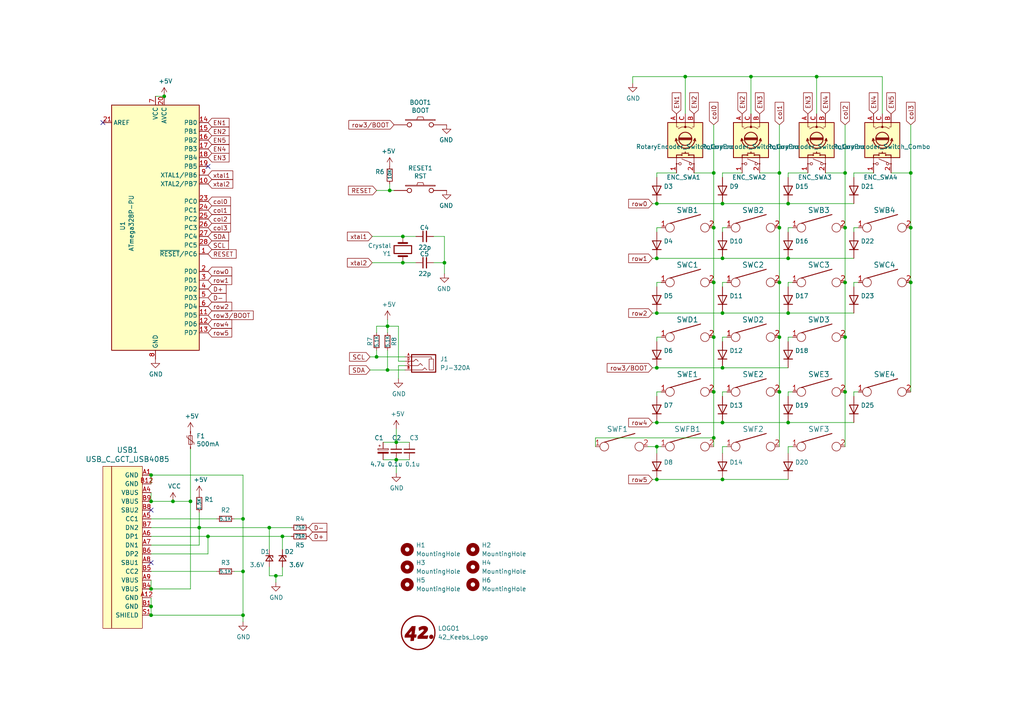
<source format=kicad_sch>
(kicad_sch (version 20211123) (generator eeschema)
  (paper "A4")
  (lib_symbols
    (symbol "42keebs:42_Keebs_Logo" (pin_names (offset 1.016))
      (property "Reference" "LOGO?" (at 0 6.604 0))
      (property "Value" "42_Keebs_Logo" (at 0 -6.858 0))
    )
    (symbol "42keebs:RotaryEncoder_Switch_Combo" (pin_names (offset 0.254) hide)
      (property "Reference" "ENC_SW" (at 0 6.604 0))
      (property "Value" "RotaryEncoder_Switch_Combo" (at 0 -6.604 0))
      (symbol "RotaryEncoder_Switch_Combo_1_1"
        (pin passive line (at 9.525 2.54 180) (length 2.54) (name "1") (number "1"))
        (pin passive line (at 9.525 -2.54 180) (length 2.54) (name "2") (number "2"))
        (pin passive line (at -7.62 2.54 0) (length 2.54) (name "A") (number "A"))
        (pin passive line (at -7.62 -2.54 0) (length 2.54) (name "B") (number "B"))
        (pin passive line (at -7.62 0 0) (length 2.54) (name "C") (number "C"))
      )
    )
    (symbol "Device:C_Polarized_Small" (pin_numbers hide) (pin_names (offset 0.254) hide)
      (property "Reference" "C" (at 0.254 1.778 0))
      (property "Value" "C_Polarized_Small" (at 0.254 -2.032 0))
      (symbol "C_Polarized_Small_1_1"
        (pin passive line (at 0 2.54 270) (length 1.8542) (name "~") (number "1"))
        (pin passive line (at 0 -2.54 90) (length 1.8542) (name "~") (number "2"))
      )
    )
    (symbol "Device:C_Small" (pin_numbers hide) (pin_names (offset 0.254) hide)
      (property "Reference" "C" (at 0.254 1.778 0))
      (property "Value" "C_Small" (at 0.254 -2.032 0))
      (symbol "C_Small_1_1"
        (pin passive line (at 0 2.54 270) (length 2.032) (name "~") (number "1"))
        (pin passive line (at 0 -2.54 90) (length 2.032) (name "~") (number "2"))
      )
    )
    (symbol "Device:Crystal" (pin_numbers hide) (pin_names (offset 1.016) hide)
      (property "Reference" "Y" (at 0 3.81 0))
      (property "Value" "Crystal" (at 0 -3.81 0))
      (symbol "Crystal_1_1"
        (pin passive line (at -3.81 0 0) (length 1.27) (name "1") (number "1"))
        (pin passive line (at 3.81 0 180) (length 1.27) (name "2") (number "2"))
      )
    )
    (symbol "Device:D" (pin_numbers hide) (pin_names (offset 1.016) hide)
      (property "Reference" "D" (at 0 2.54 0))
      (property "Value" "D" (at 0 -2.54 0))
      (symbol "D_1_1"
        (pin passive line (at -3.81 0 0) (length 2.54) (name "K") (number "1"))
        (pin passive line (at 3.81 0 180) (length 2.54) (name "A") (number "2"))
      )
    )
    (symbol "Device:D_Zener_Small" (pin_numbers hide) (pin_names (offset 0.254) hide)
      (property "Reference" "D" (at 0 2.286 0))
      (property "Value" "D_Zener_Small" (at 0 -2.286 0))
      (symbol "D_Zener_Small_1_1"
        (pin passive line (at -2.54 0 0) (length 1.778) (name "K") (number "1"))
        (pin passive line (at 2.54 0 180) (length 1.778) (name "A") (number "2"))
      )
    )
    (symbol "Device:Polyfuse_Small" (pin_numbers hide) (pin_names (offset 0))
      (property "Reference" "F" (at -1.905 0 90))
      (property "Value" "Polyfuse_Small" (at 1.905 0 90))
      (symbol "Polyfuse_Small_1_1"
        (pin passive line (at 0 2.54 270) (length 0.635) (name "~") (number "1"))
        (pin passive line (at 0 -2.54 90) (length 0.635) (name "~") (number "2"))
      )
    )
    (symbol "Device:R_Small" (pin_numbers hide) (pin_names (offset 0.254) hide)
      (property "Reference" "R" (at 0.762 0.508 0))
      (property "Value" "R_Small" (at 0.762 -1.016 0))
      (symbol "R_Small_1_1"
        (pin passive line (at 0 2.54 270) (length 0.762) (name "~") (number "1"))
        (pin passive line (at 0 -2.54 90) (length 0.762) (name "~") (number "2"))
      )
    )
    (symbol "Mechanical:MountingHole" (pin_names (offset 1.016))
      (property "Reference" "H" (at 0 5.08 0))
      (property "Value" "MountingHole" (at 0 3.175 0))
    )
    (symbol "discipad-pro-rescue:ATmega328P-PU-MCU_Microchip_ATmega-discipad-pcb-rescue"
      (property "Reference" "U" (at -12.7 36.83 0))
      (property "Value" "ATmega328P-PU-MCU_Microchip_ATmega-discipad-pcb-rescue" (at 2.54 -36.83 0))
      (symbol "ATmega328P-PU-MCU_Microchip_ATmega-discipad-pcb-rescue_1_1"
        (pin bidirectional line (at 15.24 -7.62 180) (length 2.54) (name "~{RESET}/PC6") (number "1"))
        (pin bidirectional line (at 15.24 12.7 180) (length 2.54) (name "XTAL2/PB7") (number "10"))
        (pin bidirectional line (at 15.24 -25.4 180) (length 2.54) (name "PD5") (number "11"))
        (pin bidirectional line (at 15.24 -27.94 180) (length 2.54) (name "PD6") (number "12"))
        (pin bidirectional line (at 15.24 -30.48 180) (length 2.54) (name "PD7") (number "13"))
        (pin bidirectional line (at 15.24 30.48 180) (length 2.54) (name "PB0") (number "14"))
        (pin bidirectional line (at 15.24 27.94 180) (length 2.54) (name "PB1") (number "15"))
        (pin bidirectional line (at 15.24 25.4 180) (length 2.54) (name "PB2") (number "16"))
        (pin bidirectional line (at 15.24 22.86 180) (length 2.54) (name "PB3") (number "17"))
        (pin bidirectional line (at 15.24 20.32 180) (length 2.54) (name "PB4") (number "18"))
        (pin bidirectional line (at 15.24 17.78 180) (length 2.54) (name "PB5") (number "19"))
        (pin bidirectional line (at 15.24 -12.7 180) (length 2.54) (name "PD0") (number "2"))
        (pin power_in line (at 2.54 38.1 270) (length 2.54) (name "AVCC") (number "20"))
        (pin input line (at -15.24 30.48 0) (length 2.54) (name "AREF") (number "21"))
        (pin passive line (at 0 -38.1 90) (length 2.54) hide (name "GND") (number "22"))
        (pin bidirectional line (at 15.24 7.62 180) (length 2.54) (name "PC0") (number "23"))
        (pin bidirectional line (at 15.24 5.08 180) (length 2.54) (name "PC1") (number "24"))
        (pin bidirectional line (at 15.24 2.54 180) (length 2.54) (name "PC2") (number "25"))
        (pin bidirectional line (at 15.24 0 180) (length 2.54) (name "PC3") (number "26"))
        (pin bidirectional line (at 15.24 -2.54 180) (length 2.54) (name "PC4") (number "27"))
        (pin bidirectional line (at 15.24 -5.08 180) (length 2.54) (name "PC5") (number "28"))
        (pin bidirectional line (at 15.24 -15.24 180) (length 2.54) (name "PD1") (number "3"))
        (pin bidirectional line (at 15.24 -17.78 180) (length 2.54) (name "PD2") (number "4"))
        (pin bidirectional line (at 15.24 -20.32 180) (length 2.54) (name "PD3") (number "5"))
        (pin bidirectional line (at 15.24 -22.86 180) (length 2.54) (name "PD4") (number "6"))
        (pin power_in line (at 0 38.1 270) (length 2.54) (name "VCC") (number "7"))
        (pin power_in line (at 0 -38.1 90) (length 2.54) (name "GND") (number "8"))
        (pin bidirectional line (at 15.24 15.24 180) (length 2.54) (name "XTAL1/PB6") (number "9"))
      )
    )
    (symbol "discipad-pro-rescue:KEYSW-swapped-keyboard_parts-discipad-pcb-rescue" (pin_names (offset 1.016))
      (property "Reference" "K?" (at -1.27 0 0))
      (symbol "KEYSW-swapped-keyboard_parts-discipad-pcb-rescue_1_1"
        (pin passive line (at -7.62 0 0) (length 1.27) (name "~") (number "1"))
        (pin passive line (at 7.62 0 180) (length 1.27) (name "~") (number "2"))
      )
    )
    (symbol "discipad-pro-rescue:SW_PUSH-keyboard_parts-discipad-pcb-rescue" (pin_numbers hide) (pin_names (offset 1.016) hide)
      (property "Reference" "SW" (at 3.81 2.794 0))
      (property "Value" "SW_PUSH-keyboard_parts-discipad-pcb-rescue" (at 0 -2.032 0))
      (symbol "SW_PUSH-keyboard_parts-discipad-pcb-rescue_0_1"
        (pin passive inverted (at -7.62 0 0) (length 5.08) (name "1") (number "1"))
        (pin passive inverted (at 7.62 0 180) (length 5.08) (name "2") (number "2"))
      )
    )
    (symbol "discipad-pro-rescue:USB_C_GCT_USB4085-Type-C-discipad-pcb-rescue" (pin_names (offset 1.016))
      (property "Reference" "USB" (at -5.08 22.86 0))
      (property "Value" "USB_C_GCT_USB4085-Type-C-discipad-pcb-rescue" (at -10.16 -1.27 90))
      (symbol "USB_C_GCT_USB4085-Type-C-discipad-pcb-rescue_1_1"
        (pin input line (at 2.54 19.05 180) (length 2.54) (name "GND") (number "A1"))
        (pin input line (at 2.54 -16.51 180) (length 2.54) (name "GND") (number "A12"))
        (pin input line (at 2.54 13.97 180) (length 2.54) (name "VBUS") (number "A4"))
        (pin input line (at 2.54 6.35 180) (length 2.54) (name "CC1") (number "A5"))
        (pin input line (at 2.54 1.27 180) (length 2.54) (name "DP1") (number "A6"))
        (pin input line (at 2.54 -1.27 180) (length 2.54) (name "DN1") (number "A7"))
        (pin input line (at 2.54 -6.35 180) (length 2.54) (name "SBU1") (number "A8"))
        (pin input line (at 2.54 -11.43 180) (length 2.54) (name "VBUS") (number "A9"))
        (pin input line (at 2.54 -19.05 180) (length 2.54) (name "GND") (number "B1"))
        (pin input line (at 2.54 16.51 180) (length 2.54) (name "GND") (number "B12"))
        (pin input line (at 2.54 -13.97 180) (length 2.54) (name "VBUS") (number "B4"))
        (pin input line (at 2.54 -8.89 180) (length 2.54) (name "CC2") (number "B5"))
        (pin input line (at 2.54 -3.81 180) (length 2.54) (name "DP2") (number "B6"))
        (pin input line (at 2.54 3.81 180) (length 2.54) (name "DN2") (number "B7"))
        (pin input line (at 2.54 8.89 180) (length 2.54) (name "SBU2") (number "B8"))
        (pin input line (at 2.54 11.43 180) (length 2.54) (name "VBUS") (number "B9"))
        (pin input line (at 2.54 -21.59 180) (length 2.54) (name "SHIELD") (number "S1"))
      )
    )
    (symbol "kbd:MJ-4PP-9" (pin_names (offset 1.016))
      (property "Reference" "J" (at 0 3.81 0))
      (property "Value" "MJ-4PP-9" (at 0 -3.81 0))
      (symbol "MJ-4PP-9_1_1"
        (pin input line (at 5.08 1.905 180) (length 2.0066) (name "~") (number "A"))
        (pin input line (at 5.08 -1.905 180) (length 2.0066) (name "~") (number "B"))
        (pin input line (at 5.08 -0.635 180) (length 2.0066) (name "~") (number "C"))
        (pin input line (at 5.08 0.635 180) (length 2.0066) (name "~") (number "D"))
      )
    )
    (symbol "power:+5V" (power) (pin_names (offset 0))
      (property "Value" "+5V" (at 0 3.556 0))
      (symbol "+5V_1_1"
        (pin power_in line (at 0 0 90) (length 0) hide (name "+5V") (number "1"))
      )
    )
    (symbol "power:GND" (power) (pin_names (offset 0))
      (property "Value" "GND" (at 0 -3.81 0))
      (symbol "GND_1_1"
        (pin power_in line (at 0 0 270) (length 0) hide (name "GND") (number "1"))
      )
    )
    (symbol "power:VCC" (power) (pin_names (offset 0))
      (property "Value" "VCC" (at 0 3.81 0))
      (symbol "VCC_1_1"
        (pin power_in line (at 0 0 90) (length 0) hide (name "VCC") (number "1"))
      )
    )
  )
  (junction (at 43.815 178.435))
  (junction (at 228.6 59.055))
  (junction (at 209.55 106.68))
  (junction (at 80.01 167.005))
  (junction (at 207.01 127))
  (junction (at 264.16 50.165))
  (junction (at 128.905 76.2))
  (junction (at 209.55 122.555))
  (junction (at 207.01 66.04))
  (junction (at 113.03 55.245))
  (junction (at 236.855 22.225))
  (junction (at 50.165 145.415))
  (junction (at 245.11 50.165))
  (junction (at 226.06 66.04))
  (junction (at 264.16 66.04))
  (junction (at 55.245 145.415))
  (junction (at 43.815 145.415))
  (junction (at 116.84 76.2))
  (junction (at 228.6 122.555))
  (junction (at 264.16 81.915))
  (junction (at 70.485 178.435))
  (junction (at 228.6 90.805))
  (junction (at 114.935 128.27))
  (junction (at 43.815 137.795))
  (junction (at 245.11 97.79))
  (junction (at 70.485 150.495))
  (junction (at 60.325 155.575))
  (junction (at 190.5 106.68))
  (junction (at 43.815 175.895))
  (junction (at 207.01 97.79))
  (junction (at 217.805 22.225))
  (junction (at 245.11 81.915))
  (junction (at 245.11 113.665))
  (junction (at 198.755 22.225))
  (junction (at 190.5 90.805))
  (junction (at 190.5 139.065))
  (junction (at 226.06 113.665))
  (junction (at 207.01 113.665))
  (junction (at 112.395 94.615))
  (junction (at 228.6 74.93))
  (junction (at 226.06 97.79))
  (junction (at 47.625 27.94))
  (junction (at 190.5 129.54))
  (junction (at 209.55 90.805))
  (junction (at 226.06 81.915))
  (junction (at 207.01 50.165))
  (junction (at 57.785 153.035))
  (junction (at 112.395 107.315))
  (junction (at 226.06 50.165))
  (junction (at 116.84 68.58))
  (junction (at 190.5 122.555))
  (junction (at 190.5 74.93))
  (junction (at 209.55 139.065))
  (junction (at 109.22 103.505))
  (junction (at 245.11 66.04))
  (junction (at 114.935 133.35))
  (junction (at 70.485 165.735))
  (junction (at 207.01 81.915))
  (junction (at 190.5 59.055))
  (junction (at 209.55 59.055))
  (junction (at 43.815 170.815))
  (junction (at 78.105 153.035))
  (junction (at 81.915 155.575))
  (junction (at 209.55 74.93))
  (no_connect (at 43.815 163.195))
  (no_connect (at 60.325 48.26))
  (no_connect (at 29.845 35.56))
  (no_connect (at 43.815 147.955))
  (wire (pts (xy 109.22 101.6) (xy 109.22 103.505)))
  (wire (pts (xy 78.105 164.465) (xy 78.105 167.005)))
  (wire (pts (xy 190.5 50.165) (xy 190.5 51.435)))
  (wire (pts (xy 198.755 22.225) (xy 217.805 22.225)))
  (wire (pts (xy 78.105 167.005) (xy 80.01 167.005)))
  (wire (pts (xy 209.55 97.79) (xy 209.55 99.06)))
  (wire (pts (xy 109.22 103.505) (xy 117.475 103.505)))
  (wire (pts (xy 217.805 22.225) (xy 236.855 22.225)))
  (wire (pts (xy 55.245 170.815) (xy 55.245 145.415)))
  (wire (pts (xy 228.6 129.54) (xy 228.6 131.445)))
  (wire (pts (xy 128.905 68.58) (xy 125.73 68.58)))
  (wire (pts (xy 245.11 113.665) (xy 245.11 129.54)))
  (wire (pts (xy 80.01 167.005) (xy 80.01 168.91)))
  (wire (pts (xy 264.16 66.04) (xy 264.16 81.915)))
  (wire (pts (xy 209.55 50.165) (xy 215.265 50.165)))
  (wire (pts (xy 245.11 36.195) (xy 245.11 50.165)))
  (wire (pts (xy 207.01 127) (xy 207.01 129.54)))
  (wire (pts (xy 81.915 164.465) (xy 81.915 167.005)))
  (wire (pts (xy 210.82 97.79) (xy 209.55 97.79)))
  (wire (pts (xy 190.5 97.79) (xy 190.5 99.06)))
  (wire (pts (xy 236.855 22.225) (xy 236.855 33.02)))
  (wire (pts (xy 57.785 153.035) (xy 78.105 153.035)))
  (wire (pts (xy 190.5 81.915) (xy 190.5 83.185)))
  (wire (pts (xy 80.01 167.005) (xy 81.915 167.005)))
  (wire (pts (xy 210.82 113.665) (xy 209.55 113.665)))
  (wire (pts (xy 43.815 145.415) (xy 50.165 145.415)))
  (wire (pts (xy 245.11 50.165) (xy 245.11 66.04)))
  (wire (pts (xy 209.55 74.93) (xy 228.6 74.93)))
  (wire (pts (xy 226.06 81.915) (xy 226.06 97.79)))
  (wire (pts (xy 220.345 50.165) (xy 226.06 50.165)))
  (wire (pts (xy 226.06 97.79) (xy 226.06 113.665)))
  (wire (pts (xy 115.57 106.045) (xy 117.475 106.045)))
  (wire (pts (xy 210.82 81.915) (xy 209.55 81.915)))
  (wire (pts (xy 209.55 139.065) (xy 228.6 139.065)))
  (wire (pts (xy 228.6 66.04) (xy 228.6 67.31)))
  (wire (pts (xy 81.915 155.575) (xy 84.455 155.575)))
  (wire (pts (xy 207.01 66.04) (xy 207.01 81.915)))
  (wire (pts (xy 43.815 150.495) (xy 62.865 150.495)))
  (wire (pts (xy 115.57 109.855) (xy 115.57 106.045)))
  (wire (pts (xy 229.87 97.79) (xy 228.6 97.79)))
  (wire (pts (xy 229.87 66.04) (xy 228.6 66.04)))
  (wire (pts (xy 43.815 155.575) (xy 60.325 155.575)))
  (wire (pts (xy 239.395 50.165) (xy 245.11 50.165)))
  (wire (pts (xy 190.5 129.54) (xy 190.5 131.445)))
  (wire (pts (xy 210.82 129.54) (xy 209.55 129.54)))
  (wire (pts (xy 70.485 165.735) (xy 70.485 178.435)))
  (wire (pts (xy 248.92 81.915) (xy 247.65 81.915)))
  (wire (pts (xy 43.815 160.655) (xy 60.325 160.655)))
  (wire (pts (xy 258.445 50.165) (xy 264.16 50.165)))
  (wire (pts (xy 209.55 81.915) (xy 209.55 83.185)))
  (wire (pts (xy 209.55 122.555) (xy 228.6 122.555)))
  (wire (pts (xy 78.105 153.035) (xy 84.455 153.035)))
  (wire (pts (xy 248.92 113.665) (xy 247.65 113.665)))
  (wire (pts (xy 210.82 66.04) (xy 209.55 66.04)))
  (wire (pts (xy 190.5 139.065) (xy 209.55 139.065)))
  (wire (pts (xy 183.515 22.225) (xy 198.755 22.225)))
  (wire (pts (xy 190.5 50.165) (xy 196.215 50.165)))
  (wire (pts (xy 190.5 74.93) (xy 209.55 74.93)))
  (wire (pts (xy 117.475 104.775) (xy 115.57 104.775)))
  (wire (pts (xy 112.395 107.315) (xy 117.475 107.315)))
  (wire (pts (xy 43.815 178.435) (xy 70.485 178.435)))
  (wire (pts (xy 43.815 165.735) (xy 62.865 165.735)))
  (wire (pts (xy 226.06 66.04) (xy 226.06 81.915)))
  (wire (pts (xy 245.11 66.04) (xy 245.11 81.915)))
  (wire (pts (xy 191.77 113.665) (xy 190.5 113.665)))
  (wire (pts (xy 217.805 22.225) (xy 217.805 33.02)))
  (wire (pts (xy 43.815 158.115) (xy 57.785 158.115)))
  (wire (pts (xy 50.165 145.415) (xy 55.245 145.415)))
  (wire (pts (xy 228.6 59.055) (xy 247.65 59.055)))
  (wire (pts (xy 207.01 81.915) (xy 207.01 97.79)))
  (wire (pts (xy 189.23 74.93) (xy 190.5 74.93)))
  (wire (pts (xy 67.945 165.735) (xy 70.485 165.735)))
  (wire (pts (xy 125.73 76.2) (xy 128.905 76.2)))
  (wire (pts (xy 245.11 81.915) (xy 245.11 97.79)))
  (wire (pts (xy 190.5 113.665) (xy 190.5 114.935)))
  (wire (pts (xy 172.72 129.54) (xy 172.72 127)))
  (wire (pts (xy 189.23 122.555) (xy 190.5 122.555)))
  (wire (pts (xy 183.515 24.13) (xy 183.515 22.225)))
  (wire (pts (xy 228.6 90.805) (xy 247.65 90.805)))
  (wire (pts (xy 247.65 113.665) (xy 247.65 114.935)))
  (wire (pts (xy 70.485 137.795) (xy 70.485 150.495)))
  (wire (pts (xy 209.55 106.68) (xy 228.6 106.68)))
  (wire (pts (xy 190.5 122.555) (xy 209.55 122.555)))
  (wire (pts (xy 114.935 133.35) (xy 118.745 133.35)))
  (wire (pts (xy 115.57 94.615) (xy 115.57 104.775)))
  (wire (pts (xy 228.6 50.165) (xy 228.6 51.435)))
  (wire (pts (xy 43.815 173.355) (xy 43.815 175.895)))
  (wire (pts (xy 207.01 50.165) (xy 207.01 66.04)))
  (wire (pts (xy 114.935 128.27) (xy 118.745 128.27)))
  (wire (pts (xy 191.77 97.79) (xy 190.5 97.79)))
  (wire (pts (xy 116.84 76.2) (xy 107.95 76.2)))
  (wire (pts (xy 209.55 59.055) (xy 228.6 59.055)))
  (wire (pts (xy 247.65 50.165) (xy 247.65 51.435)))
  (wire (pts (xy 228.6 81.915) (xy 228.6 83.185)))
  (wire (pts (xy 113.03 55.245) (xy 109.22 55.245)))
  (wire (pts (xy 45.085 27.94) (xy 47.625 27.94)))
  (wire (pts (xy 43.815 170.815) (xy 43.815 168.275)))
  (wire (pts (xy 114.3 55.245) (xy 113.03 55.245)))
  (wire (pts (xy 128.905 76.2) (xy 128.905 79.375)))
  (wire (pts (xy 255.905 22.225) (xy 255.905 33.02)))
  (wire (pts (xy 191.77 66.04) (xy 190.5 66.04)))
  (wire (pts (xy 190.5 90.805) (xy 209.55 90.805)))
  (wire (pts (xy 60.325 155.575) (xy 81.915 155.575)))
  (wire (pts (xy 111.125 128.27) (xy 114.935 128.27)))
  (wire (pts (xy 57.785 158.115) (xy 57.785 153.035)))
  (wire (pts (xy 207.01 113.665) (xy 207.01 127)))
  (wire (pts (xy 229.87 113.665) (xy 228.6 113.665)))
  (wire (pts (xy 114.935 133.35) (xy 114.935 137.16)))
  (wire (pts (xy 189.23 106.68) (xy 190.5 106.68)))
  (wire (pts (xy 113.03 53.34) (xy 113.03 55.245)))
  (wire (pts (xy 190.5 59.055) (xy 209.55 59.055)))
  (wire (pts (xy 191.77 81.915) (xy 190.5 81.915)))
  (wire (pts (xy 209.55 50.165) (xy 209.55 51.435)))
  (wire (pts (xy 209.55 129.54) (xy 209.55 131.445)))
  (wire (pts (xy 207.01 97.79) (xy 207.01 113.665)))
  (wire (pts (xy 116.84 68.58) (xy 107.95 68.58)))
  (wire (pts (xy 78.105 159.385) (xy 78.105 153.035)))
  (wire (pts (xy 209.55 113.665) (xy 209.55 114.935)))
  (wire (pts (xy 189.23 90.805) (xy 190.5 90.805)))
  (wire (pts (xy 247.65 81.915) (xy 247.65 83.185)))
  (wire (pts (xy 228.6 74.93) (xy 247.65 74.93)))
  (wire (pts (xy 226.06 36.195) (xy 226.06 50.165)))
  (wire (pts (xy 264.16 50.165) (xy 264.16 66.04)))
  (wire (pts (xy 187.96 129.54) (xy 190.5 129.54)))
  (wire (pts (xy 109.22 94.615) (xy 112.395 94.615)))
  (wire (pts (xy 43.815 170.815) (xy 55.245 170.815)))
  (wire (pts (xy 109.22 94.615) (xy 109.22 96.52)))
  (wire (pts (xy 248.92 66.04) (xy 247.65 66.04)))
  (wire (pts (xy 114.935 128.27) (xy 114.935 124.46)))
  (wire (pts (xy 43.815 145.415) (xy 43.815 142.875)))
  (wire (pts (xy 81.915 155.575) (xy 81.915 159.385)))
  (wire (pts (xy 228.6 97.79) (xy 228.6 99.06)))
  (wire (pts (xy 201.295 50.165) (xy 207.01 50.165)))
  (wire (pts (xy 236.855 22.225) (xy 255.905 22.225)))
  (wire (pts (xy 245.11 97.79) (xy 245.11 113.665)))
  (wire (pts (xy 226.06 113.665) (xy 226.06 129.54)))
  (wire (pts (xy 226.06 50.165) (xy 226.06 66.04)))
  (wire (pts (xy 228.6 122.555) (xy 247.65 122.555)))
  (wire (pts (xy 120.65 76.2) (xy 116.84 76.2)))
  (wire (pts (xy 209.55 90.805) (xy 228.6 90.805)))
  (wire (pts (xy 228.6 50.165) (xy 234.315 50.165)))
  (wire (pts (xy 209.55 66.04) (xy 209.55 67.31)))
  (wire (pts (xy 189.23 59.055) (xy 190.5 59.055)))
  (wire (pts (xy 70.485 150.495) (xy 70.485 165.735)))
  (wire (pts (xy 112.395 94.615) (xy 112.395 96.52)))
  (wire (pts (xy 228.6 113.665) (xy 228.6 114.935)))
  (wire (pts (xy 60.325 160.655) (xy 60.325 155.575)))
  (wire (pts (xy 43.815 175.895) (xy 43.815 178.435)))
  (wire (pts (xy 111.125 133.35) (xy 114.935 133.35)))
  (wire (pts (xy 190.5 66.04) (xy 190.5 67.31)))
  (wire (pts (xy 107.315 107.315) (xy 112.395 107.315)))
  (wire (pts (xy 70.485 178.435) (xy 70.485 180.34)))
  (wire (pts (xy 264.16 81.915) (xy 264.16 113.665)))
  (wire (pts (xy 229.87 81.915) (xy 228.6 81.915)))
  (wire (pts (xy 67.945 150.495) (xy 70.485 150.495)))
  (wire (pts (xy 43.815 140.335) (xy 43.815 137.795)))
  (wire (pts (xy 107.315 103.505) (xy 109.22 103.505)))
  (wire (pts (xy 57.785 148.59) (xy 57.785 153.035)))
  (wire (pts (xy 112.395 92.71) (xy 112.395 94.615)))
  (wire (pts (xy 115.57 94.615) (xy 112.395 94.615)))
  (wire (pts (xy 190.5 106.68) (xy 209.55 106.68)))
  (wire (pts (xy 55.245 145.415) (xy 55.245 130.175)))
  (wire (pts (xy 189.23 139.065) (xy 190.5 139.065)))
  (wire (pts (xy 207.01 36.195) (xy 207.01 50.165)))
  (wire (pts (xy 198.755 33.02) (xy 198.755 22.225)))
  (wire (pts (xy 57.785 153.035) (xy 43.815 153.035)))
  (wire (pts (xy 128.905 76.2) (xy 128.905 68.58)))
  (wire (pts (xy 247.65 50.165) (xy 253.365 50.165)))
  (wire (pts (xy 247.65 66.04) (xy 247.65 67.31)))
  (wire (pts (xy 172.72 127) (xy 207.01 127)))
  (wire (pts (xy 43.815 137.795) (xy 70.485 137.795)))
  (wire (pts (xy 190.5 129.54) (xy 191.77 129.54)))
  (wire (pts (xy 229.87 129.54) (xy 228.6 129.54)))
  (wire (pts (xy 264.16 36.195) (xy 264.16 50.165)))
  (wire (pts (xy 112.395 101.6) (xy 112.395 107.315)))
  (wire (pts (xy 116.84 68.58) (xy 120.65 68.58)))
  (global_label "col0" (shape input) (at 60.325 58.42 0) (property "Intersheet References" "${INTERSHEET_REFS}" (effects hide)))
  (global_label "D+" (shape input) (at 60.325 83.82 0) (property "Intersheet References" "${INTERSHEET_REFS}" (effects hide)))
  (global_label "col3" (shape input) (at 60.325 66.04 0) (property "Intersheet References" "${INTERSHEET_REFS}" (effects hide)))
  (global_label "D-" (shape input) (at 89.535 153.035 0) (property "Intersheet References" "${INTERSHEET_REFS}" (effects hide)))
  (global_label "row4" (shape input) (at 189.23 122.555 180) (property "Intersheet References" "${INTERSHEET_REFS}" (effects hide)))
  (global_label "RESET" (shape input) (at 60.325 73.66 0) (property "Intersheet References" "${INTERSHEET_REFS}" (effects hide)))
  (global_label "EN4" (shape input) (at 253.365 33.02 90) (property "Intersheet References" "${INTERSHEET_REFS}" (effects hide)))
  (global_label "row3{slash}BOOT" (shape input) (at 114.3 36.195 180) (property "Intersheet References" "${INTERSHEET_REFS}" (effects hide)))
  (global_label "EN3" (shape input) (at 234.315 33.02 90) (property "Intersheet References" "${INTERSHEET_REFS}" (effects hide)))
  (global_label "EN3" (shape input) (at 220.345 33.02 90) (property "Intersheet References" "${INTERSHEET_REFS}" (effects hide)))
  (global_label "row5" (shape input) (at 60.325 96.52 0) (property "Intersheet References" "${INTERSHEET_REFS}" (effects hide)))
  (global_label "xtal2" (shape input) (at 60.325 53.34 0) (property "Intersheet References" "${INTERSHEET_REFS}" (effects hide)))
  (global_label "row1" (shape input) (at 189.23 74.93 180) (property "Intersheet References" "${INTERSHEET_REFS}" (effects hide)))
  (global_label "EN5" (shape input) (at 258.445 33.02 90) (property "Intersheet References" "${INTERSHEET_REFS}" (effects hide)))
  (global_label "xtal2" (shape input) (at 107.95 76.2 180) (property "Intersheet References" "${INTERSHEET_REFS}" (effects hide)))
  (global_label "col3" (shape input) (at 264.16 36.195 90) (property "Intersheet References" "${INTERSHEET_REFS}" (effects hide)))
  (global_label "row3{slash}BOOT" (shape input) (at 189.23 106.68 180) (property "Intersheet References" "${INTERSHEET_REFS}" (effects hide)))
  (global_label "SDA" (shape input) (at 60.325 68.58 0) (property "Intersheet References" "${INTERSHEET_REFS}" (effects hide)))
  (global_label "RESET" (shape input) (at 109.22 55.245 180) (property "Intersheet References" "${INTERSHEET_REFS}" (effects hide)))
  (global_label "EN2" (shape input) (at 201.295 33.02 90) (property "Intersheet References" "${INTERSHEET_REFS}" (effects hide)))
  (global_label "D+" (shape input) (at 89.535 155.575 0) (property "Intersheet References" "${INTERSHEET_REFS}" (effects hide)))
  (global_label "EN5" (shape input) (at 60.325 40.64 0) (property "Intersheet References" "${INTERSHEET_REFS}" (effects hide)))
  (global_label "col2" (shape input) (at 60.325 63.5 0) (property "Intersheet References" "${INTERSHEET_REFS}" (effects hide)))
  (global_label "SCL" (shape input) (at 107.315 103.505 180) (property "Intersheet References" "${INTERSHEET_REFS}" (effects hide)))
  (global_label "EN1" (shape input) (at 196.215 33.02 90) (property "Intersheet References" "${INTERSHEET_REFS}" (effects hide)))
  (global_label "SCL" (shape input) (at 60.325 71.12 0) (property "Intersheet References" "${INTERSHEET_REFS}" (effects hide)))
  (global_label "EN3" (shape input) (at 60.325 45.72 0) (property "Intersheet References" "${INTERSHEET_REFS}" (effects hide)))
  (global_label "col2" (shape input) (at 245.11 36.195 90) (property "Intersheet References" "${INTERSHEET_REFS}" (effects hide)))
  (global_label "row4" (shape input) (at 60.325 93.98 0) (property "Intersheet References" "${INTERSHEET_REFS}" (effects hide)))
  (global_label "col1" (shape input) (at 226.06 36.195 90) (property "Intersheet References" "${INTERSHEET_REFS}" (effects hide)))
  (global_label "xtal1" (shape input) (at 107.95 68.58 180) (property "Intersheet References" "${INTERSHEET_REFS}" (effects hide)))
  (global_label "col1" (shape input) (at 60.325 60.96 0) (property "Intersheet References" "${INTERSHEET_REFS}" (effects hide)))
  (global_label "EN2" (shape input) (at 215.265 33.02 90) (property "Intersheet References" "${INTERSHEET_REFS}" (effects hide)))
  (global_label "EN4" (shape input) (at 239.395 33.02 90) (property "Intersheet References" "${INTERSHEET_REFS}" (effects hide)))
  (global_label "row1" (shape input) (at 60.325 81.28 0) (property "Intersheet References" "${INTERSHEET_REFS}" (effects hide)))
  (global_label "EN1" (shape input) (at 60.325 35.56 0) (property "Intersheet References" "${INTERSHEET_REFS}" (effects hide)))
  (global_label "D-" (shape input) (at 60.325 86.36 0) (property "Intersheet References" "${INTERSHEET_REFS}" (effects hide)))
  (global_label "EN2" (shape input) (at 60.325 38.1 0) (property "Intersheet References" "${INTERSHEET_REFS}" (effects hide)))
  (global_label "row2" (shape input) (at 60.325 88.9 0) (property "Intersheet References" "${INTERSHEET_REFS}" (effects hide)))
  (global_label "row2" (shape input) (at 189.23 90.805 180) (property "Intersheet References" "${INTERSHEET_REFS}" (effects hide)))
  (global_label "row0" (shape input) (at 189.23 59.055 180) (property "Intersheet References" "${INTERSHEET_REFS}" (effects hide)))
  (global_label "EN4" (shape input) (at 60.325 43.18 0) (property "Intersheet References" "${INTERSHEET_REFS}" (effects hide)))
  (global_label "col0" (shape input) (at 207.01 36.195 90) (property "Intersheet References" "${INTERSHEET_REFS}" (effects hide)))
  (global_label "row5" (shape input) (at 189.23 139.065 180) (property "Intersheet References" "${INTERSHEET_REFS}" (effects hide)))
  (global_label "row0" (shape input) (at 60.325 78.74 0) (property "Intersheet References" "${INTERSHEET_REFS}" (effects hide)))
  (global_label "row3{slash}BOOT" (shape input) (at 60.325 91.44 0) (property "Intersheet References" "${INTERSHEET_REFS}" (effects hide)))
  (global_label "SDA" (shape input) (at 107.315 107.315 180) (property "Intersheet References" "${INTERSHEET_REFS}" (effects hide)))
  (global_label "xtal1" (shape input) (at 60.325 50.8 0) (property "Intersheet References" "${INTERSHEET_REFS}" (effects hide)))
  (symbol (lib_id "discipad-pro-rescue:KEYSW-swapped-keyboard_parts-discipad-pcb-rescue") (at 256.54 66.04 0) (unit 1)
    (property "Reference" "SWB4" (at 256.54 60.96 0) (effects (font (size 1.524 1.524))))
    (property "Value" "KEYSW" (effects hide))
    (property "Footprint" "42keebs:Kailh_MX_Socket-swapped-pads" (effects hide))
  )
  (symbol (lib_id "Device:D") (at 209.55 102.87 90) (unit 1)
    (property "Reference" "D12" (at 211.5566 101.7016 90) (effects (justify right)))
    (property "Value" " " (at 211.5566 104.013 90) (effects (justify right)))
    (property "Footprint" "42keebs:D_DO-35_SOD27_P5.08mm_Horizontal" (effects hide))
  )
  (symbol (lib_id "discipad-pro-rescue:KEYSW-swapped-keyboard_parts-discipad-pcb-rescue") (at 237.49 81.915 0) (unit 1)
    (property "Reference" "SWC3" (at 237.49 76.835 0) (effects (font (size 1.524 1.524))))
    (property "Value" "KEYSW" (effects hide))
    (property "Footprint" "42keebs:Kailh_MX_Socket-swapped-pads" (effects hide))
  )
  (symbol (lib_id "discipad-pro-rescue:KEYSW-swapped-keyboard_parts-discipad-pcb-rescue") (at 180.34 129.54 0) (unit 1)
    (property "Reference" "SWF1" (at 179.07 124.46 0) (effects (font (size 1.524 1.524))))
    (property "Value" "KEYSW" (effects hide))
    (property "Footprint" "42keebs:Kailh_MX_Socket-swapped-pads" (effects hide))
  )
  (symbol (lib_id "discipad-pro-rescue:KEYSW-swapped-keyboard_parts-discipad-pcb-rescue") (at 237.49 129.54 0) (unit 1)
    (property "Reference" "SWF3" (at 237.49 124.46 0) (effects (font (size 1.524 1.524))))
    (property "Value" "KEYSW" (effects hide))
    (property "Footprint" "42keebs:Kailh_MX_Socket-swapped-pads" (effects hide))
  )
  (symbol (lib_id "power:+5V") (at 114.935 124.46 0) (unit 1)
    (property "Reference" "#PWR011" (effects hide))
    (property "Value" "+5V" (at 115.316 120.0658 0))
  )
  (symbol (lib_id "Device:D") (at 228.6 86.995 90) (unit 1)
    (property "Reference" "D17" (at 230.6066 85.8266 90) (effects (justify right)))
    (property "Value" " " (at 230.6066 88.138 90) (effects (justify right)))
    (property "Footprint" "42keebs:D_DO-35_SOD27_P5.08mm_Horizontal" (effects hide))
  )
  (symbol (lib_id "power:GND") (at 115.57 109.855 0) (unit 1)
    (property "Reference" "#PWR015" (effects hide))
    (property "Value" "GND" (at 115.697 114.2492 0))
  )
  (symbol (lib_id "discipad-pro-rescue:KEYSW-swapped-keyboard_parts-discipad-pcb-rescue") (at 218.44 97.79 0) (unit 1)
    (property "Reference" "SWD2" (at 218.44 92.71 0) (effects (font (size 1.524 1.524))))
    (property "Value" "KEYSW" (effects hide))
    (property "Footprint" "42keebs:Kailh_MX_Socket-swapped-pads" (effects hide))
  )
  (symbol (lib_id "discipad-pro-rescue:KEYSW-swapped-keyboard_parts-discipad-pcb-rescue") (at 199.39 81.915 0) (unit 1)
    (property "Reference" "SWC1" (at 199.39 76.835 0) (effects (font (size 1.524 1.524))))
    (property "Value" "KEYSW" (effects hide))
    (property "Footprint" "42keebs:Kailh_MX_Socket-swapped-pads" (effects hide))
  )
  (symbol (lib_id "kbd:MJ-4PP-9") (at 122.555 105.41 0) (mirror y) (unit 1)
    (property "Reference" "J1" (at 127.635 104.1399 0) (effects (justify right)))
    (property "Value" "PJ-320A" (at 127.635 106.6799 0) (effects (justify right)))
    (property "Footprint" "42keebs:PJ-320A" (effects hide))
  )
  (symbol (lib_id "discipad-pro-rescue:KEYSW-swapped-keyboard_parts-discipad-pcb-rescue") (at 199.39 113.665 0) (unit 1)
    (property "Reference" "SWE1" (at 199.39 108.585 0) (effects (font (size 1.524 1.524))))
    (property "Value" "KEYSW" (effects hide))
    (property "Footprint" "42keebs:Kailh_MX_Socket-swapped-pads" (effects hide))
  )
  (symbol (lib_id "Mechanical:MountingHole") (at 137.16 169.545 0) (unit 1)
    (property "Reference" "H6" (at 139.7 168.2749 0) (effects (justify left)))
    (property "Value" "MountingHole" (at 139.7 170.8149 0) (effects (justify left)))
    (property "Footprint" "MountingHole:MountingHole_2.2mm_M2_Pad" (effects hide))
  )
  (symbol (lib_id "discipad-pro-rescue:KEYSW-swapped-keyboard_parts-discipad-pcb-rescue") (at 237.49 97.79 0) (unit 1)
    (property "Reference" "SWD3" (at 237.49 92.71 0) (effects (font (size 1.524 1.524))))
    (property "Value" "KEYSW" (effects hide))
    (property "Footprint" "42keebs:Kailh_MX_Socket-swapped-pads" (effects hide))
  )
  (symbol (lib_id "Device:D_Zener_Small") (at 81.915 161.925 270) (unit 1)
    (property "Reference" "D2" (at 82.55 160.02 90) (effects (justify left)))
    (property "Value" "3.6V" (at 83.82 163.83 90) (effects (justify left)))
    (property "Footprint" "42keebs:ZD_DO-35_SOD27_P5.08mm_Horizontal_smaller" (effects hide))
  )
  (symbol (lib_id "Mechanical:MountingHole") (at 118.11 159.385 0) (unit 1)
    (property "Reference" "H1" (at 120.65 158.1149 0) (effects (justify left)))
    (property "Value" "MountingHole" (at 120.65 160.6549 0) (effects (justify left)))
    (property "Footprint" "MountingHole:MountingHole_2.2mm_M2_Pad" (effects hide))
  )
  (symbol (lib_id "Device:D") (at 228.6 135.255 90) (unit 1)
    (property "Reference" "D20" (at 230.6066 134.0866 90) (effects (justify right)))
    (property "Value" " " (at 230.6066 136.398 90) (effects (justify right)))
    (property "Footprint" "42keebs:D_DO-35_SOD27_P5.08mm_Horizontal" (effects hide))
  )
  (symbol (lib_id "Device:D") (at 247.65 86.995 90) (unit 1)
    (property "Reference" "D23" (at 249.6566 85.8266 90) (effects (justify right)))
    (property "Value" " " (at 249.6566 88.138 90) (effects (justify right)))
    (property "Footprint" "42keebs:D_DO-35_SOD27_P5.08mm_Horizontal" (effects hide))
  )
  (symbol (lib_id "power:+5V") (at 113.03 48.26 0) (mirror y) (unit 1)
    (property "Reference" "#PWR013" (effects hide))
    (property "Value" "+5V" (at 112.649 43.8658 0))
  )
  (symbol (lib_id "discipad-pro-rescue:KEYSW-swapped-keyboard_parts-discipad-pcb-rescue") (at 218.44 66.04 0) (unit 1)
    (property "Reference" "SWB2" (at 218.44 60.96 0) (effects (font (size 1.524 1.524))))
    (property "Value" "KEYSW" (effects hide))
    (property "Footprint" "42keebs:Kailh_MX_Socket-swapped-pads" (effects hide))
  )
  (symbol (lib_id "Mechanical:MountingHole") (at 118.11 169.545 0) (unit 1)
    (property "Reference" "H5" (at 120.65 168.2749 0) (effects (justify left)))
    (property "Value" "MountingHole" (at 120.65 170.8149 0) (effects (justify left)))
    (property "Footprint" "MountingHole:MountingHole_2.2mm_M2_Pad" (effects hide))
  )
  (symbol (lib_id "Device:R_Small") (at 65.405 165.735 270) (unit 1)
    (property "Reference" "R3" (at 65.405 163.195 90))
    (property "Value" "5.1K" (at 65.405 165.735 90) (effects (font (size 0.9906 0.9906))))
    (property "Footprint" "Resistor_THT:R_Axial_DIN0204_L3.6mm_D1.6mm_P5.08mm_Horizontal" (effects hide))
  )
  (symbol (lib_id "Device:D") (at 190.5 118.745 90) (unit 1)
    (property "Reference" "D7" (at 192.5066 117.5766 90) (effects (justify right)))
    (property "Value" " " (at 192.5066 119.888 90) (effects (justify right)))
    (property "Footprint" "42keebs:D_DO-35_SOD27_P5.08mm_Horizontal" (effects hide))
  )
  (symbol (lib_id "Device:D_Zener_Small") (at 78.105 161.925 270) (unit 1)
    (property "Reference" "D1" (at 75.565 160.02 90) (effects (justify left)))
    (property "Value" "3.6V" (at 72.39 163.83 90) (effects (justify left)))
    (property "Footprint" "42keebs:ZD_DO-35_SOD27_P5.08mm_Horizontal_smaller" (effects hide))
  )
  (symbol (lib_id "discipad-pro-rescue:KEYSW-swapped-keyboard_parts-discipad-pcb-rescue") (at 199.39 97.79 0) (unit 1)
    (property "Reference" "SWD1" (at 199.39 92.71 0) (effects (font (size 1.524 1.524))))
    (property "Value" "KEYSW" (effects hide))
    (property "Footprint" "42keebs:Kailh_MX_Socket-swapped-pads" (effects hide))
  )
  (symbol (lib_id "Device:D") (at 247.65 55.245 90) (unit 1)
    (property "Reference" "D21" (at 249.6566 54.0766 90) (effects (justify right)))
    (property "Value" " " (at 249.6566 56.388 90) (effects (justify right)))
    (property "Footprint" "42keebs:D_DO-35_SOD27_P5.08mm_Horizontal" (effects hide))
  )
  (symbol (lib_id "Device:R_Small") (at 65.405 150.495 270) (unit 1)
    (property "Reference" "R2" (at 65.405 147.955 90))
    (property "Value" "5.1K" (at 65.405 150.495 90) (effects (font (size 0.9906 0.9906))))
    (property "Footprint" "Resistor_THT:R_Axial_DIN0204_L3.6mm_D1.6mm_P5.08mm_Horizontal" (effects hide))
  )
  (symbol (lib_id "discipad-pro-rescue:KEYSW-swapped-keyboard_parts-discipad-pcb-rescue") (at 218.44 129.54 0) (unit 1)
    (property "Reference" "SWF2" (at 218.44 124.46 0) (effects (font (size 1.524 1.524))))
    (property "Value" "KEYSW" (effects hide))
    (property "Footprint" "42keebs:Kailh_MX_Socket-swapped-pads" (effects hide))
  )
  (symbol (lib_id "Device:D") (at 190.5 135.255 90) (unit 1)
    (property "Reference" "D8" (at 192.5066 134.0866 90) (effects (justify right)))
    (property "Value" " " (at 192.5066 136.398 90) (effects (justify right)))
    (property "Footprint" "42keebs:D_DO-35_SOD27_P5.08mm_Horizontal" (effects hide))
  )
  (symbol (lib_id "power:GND") (at 114.935 137.16 0) (unit 1)
    (property "Reference" "#PWR012" (effects hide))
    (property "Value" "GND" (at 115.062 141.5542 0))
  )
  (symbol (lib_id "Device:R_Small") (at 109.22 99.06 0) (unit 1)
    (property "Reference" "R7" (at 107.315 99.06 90))
    (property "Value" "5.1K" (at 109.22 99.06 90) (effects (font (size 0.9906 0.9906))))
    (property "Footprint" "Resistor_THT:R_Axial_DIN0204_L3.6mm_D1.6mm_P5.08mm_Horizontal" (effects hide))
  )
  (symbol (lib_id "Device:C_Polarized_Small") (at 111.125 130.81 0) (unit 1)
    (property "Reference" "C1" (at 108.585 127 0) (effects (justify left)))
    (property "Value" "4.7u" (at 107.315 134.62 0) (effects (justify left)))
    (property "Footprint" "Capacitor_THT:CP_Radial_D4.0mm_P1.50mm" (effects hide))
  )
  (symbol (lib_id "Mechanical:MountingHole") (at 118.11 164.465 0) (unit 1)
    (property "Reference" "H3" (at 120.65 163.1949 0) (effects (justify left)))
    (property "Value" "MountingHole" (at 120.65 165.7349 0) (effects (justify left)))
    (property "Footprint" "MountingHole:MountingHole_2.2mm_M2_Pad" (effects hide))
  )
  (symbol (lib_id "Device:D") (at 228.6 55.245 90) (unit 1)
    (property "Reference" "D15" (at 230.6066 54.0766 90) (effects (justify right)))
    (property "Value" " " (at 230.6066 56.388 90) (effects (justify right)))
    (property "Footprint" "42keebs:D_DO-35_SOD27_P5.08mm_Horizontal" (effects hide))
  )
  (symbol (lib_id "power:+5V") (at 55.245 125.095 0) (unit 1)
    (property "Reference" "#PWR04" (effects hide))
    (property "Value" "+5V" (at 55.626 120.7008 0))
  )
  (symbol (lib_id "Device:C_Small") (at 123.19 68.58 90) (mirror x) (unit 1)
    (property "Reference" "C4" (at 124.46 66.04 90) (effects (justify left)))
    (property "Value" "22p" (at 125.095 71.755 90) (effects (justify left)))
    (property "Footprint" "Capacitor_THT:C_Disc_D3.0mm_W1.6mm_P2.50mm" (effects hide))
  )
  (symbol (lib_id "power:GND") (at 183.515 24.13 0) (unit 1)
    (property "Reference" "#PWR0101" (effects hide))
    (property "Value" "GND" (at 183.642 28.5242 0))
  )
  (symbol (lib_id "discipad-pro-rescue:KEYSW-swapped-keyboard_parts-discipad-pcb-rescue") (at 256.54 81.915 0) (unit 1)
    (property "Reference" "SWC4" (at 256.54 76.835 0) (effects (font (size 1.524 1.524))))
    (property "Value" "KEYSW" (effects hide))
    (property "Footprint" "42keebs:Kailh_MX_Socket-2u-swapped-pads-reversed-stabilizer" (effects hide))
  )
  (symbol (lib_id "Device:D") (at 247.65 71.12 90) (unit 1)
    (property "Reference" "D22" (at 249.6566 69.9516 90) (effects (justify right)))
    (property "Value" " " (at 249.6566 72.263 90) (effects (justify right)))
    (property "Footprint" "42keebs:D_DO-35_SOD27_P5.08mm_Horizontal" (effects hide))
  )
  (symbol (lib_id "discipad-pro-rescue:KEYSW-swapped-keyboard_parts-discipad-pcb-rescue") (at 218.44 113.665 0) (unit 1)
    (property "Reference" "SWE2" (at 218.44 108.585 0) (effects (font (size 1.524 1.524))))
    (property "Value" "KEYSW" (effects hide))
    (property "Footprint" "42keebs:Kailh_MX_Socket-swapped-pads" (effects hide))
  )
  (symbol (lib_id "Device:D") (at 209.55 135.255 90) (unit 1)
    (property "Reference" "D14" (at 211.5566 134.0866 90) (effects (justify right)))
    (property "Value" " " (at 211.5566 136.398 90) (effects (justify right)))
    (property "Footprint" "42keebs:D_DO-35_SOD27_P5.08mm_Horizontal" (effects hide))
  )
  (symbol (lib_id "Device:D") (at 190.5 86.995 90) (unit 1)
    (property "Reference" "D5" (at 192.5066 85.8266 90) (effects (justify right)))
    (property "Value" " " (at 192.5066 88.138 90) (effects (justify right)))
    (property "Footprint" "42keebs:D_DO-35_SOD27_P5.08mm_Horizontal" (effects hide))
  )
  (symbol (lib_id "discipad-pro-rescue:KEYSW-swapped-keyboard_parts-discipad-pcb-rescue") (at 199.39 66.04 0) (unit 1)
    (property "Reference" "SWB1" (at 199.39 60.96 0) (effects (font (size 1.524 1.524))))
    (property "Value" "KEYSW" (effects hide))
    (property "Footprint" "42keebs:Kailh_MX_Socket-swapped-pads" (effects hide))
  )
  (symbol (lib_id "42keebs:RotaryEncoder_Switch_Combo") (at 255.905 40.64 90) (mirror x) (unit 1)
    (property "Reference" "ENC_SWA4" (at 260.35 51.435 90) (effects (justify left)))
    (property "Value" "RotaryEncoder_Switch_Combo" (at 269.875 42.545 90) (effects (justify left)))
    (property "Footprint" "42keebs:Kailh_MX_Socket-plus-EC11-encoder" (effects hide))
  )
  (symbol (lib_id "Device:D") (at 190.5 55.245 90) (unit 1)
    (property "Reference" "D3" (at 192.5066 54.0766 90) (effects (justify right)))
    (property "Value" " " (at 192.5066 56.388 90) (effects (justify right)))
    (property "Footprint" "42keebs:D_DO-35_SOD27_P5.08mm_Horizontal" (effects hide))
  )
  (symbol (lib_id "42keebs:RotaryEncoder_Switch_Combo") (at 217.805 40.64 90) (mirror x) (unit 1)
    (property "Reference" "ENC_SWA2" (at 222.25 51.435 90) (effects (justify left)))
    (property "Value" "RotaryEncoder_Switch_Combo" (at 231.775 42.545 90) (effects (justify left)))
    (property "Footprint" "42keebs:Kailh_MX_Socket-plus-EC11-encoder" (effects hide))
  )
  (symbol (lib_id "Device:D") (at 209.55 55.245 90) (unit 1)
    (property "Reference" "D9" (at 211.5566 54.0766 90) (effects (justify right)))
    (property "Value" " " (at 211.5566 56.388 90) (effects (justify right)))
    (property "Footprint" "42keebs:D_DO-35_SOD27_P5.08mm_Horizontal" (effects hide))
  )
  (symbol (lib_id "discipad-pro-rescue:KEYSW-swapped-keyboard_parts-discipad-pcb-rescue") (at 237.49 66.04 0) (unit 1)
    (property "Reference" "SWB3" (at 237.49 60.96 0) (effects (font (size 1.524 1.524))))
    (property "Value" "KEYSW" (effects hide))
    (property "Footprint" "42keebs:Kailh_MX_Socket-swapped-pads" (effects hide))
  )
  (symbol (lib_id "Device:R_Small") (at 86.995 153.035 90) (unit 1)
    (property "Reference" "R4" (at 86.995 150.495 90))
    (property "Value" "75R" (at 86.995 153.035 90) (effects (font (size 0.9906 0.9906))))
    (property "Footprint" "Resistor_THT:R_Axial_DIN0204_L3.6mm_D1.6mm_P5.08mm_Horizontal" (effects hide))
  )
  (symbol (lib_id "Device:D") (at 209.55 86.995 90) (unit 1)
    (property "Reference" "D11" (at 211.5566 85.8266 90) (effects (justify right)))
    (property "Value" " " (at 211.5566 88.138 90) (effects (justify right)))
    (property "Footprint" "42keebs:D_DO-35_SOD27_P5.08mm_Horizontal" (effects hide))
  )
  (symbol (lib_id "42keebs:RotaryEncoder_Switch_Combo") (at 198.755 40.64 90) (mirror x) (unit 1)
    (property "Reference" "ENC_SWA1" (at 203.2 51.435 90) (effects (justify left)))
    (property "Value" "RotaryEncoder_Switch_Combo" (at 212.725 42.545 90) (effects (justify left)))
    (property "Footprint" "42keebs:Kailh_MX_Socket-plus-EC11-encoder" (effects hide))
  )
  (symbol (lib_id "power:GND") (at 128.905 79.375 0) (mirror y) (unit 1)
    (property "Reference" "#PWR08" (effects hide))
    (property "Value" "GND" (at 128.778 83.7692 0))
  )
  (symbol (lib_id "discipad-pro-rescue:KEYSW-swapped-keyboard_parts-discipad-pcb-rescue") (at 237.49 113.665 0) (unit 1)
    (property "Reference" "SWE3" (at 237.49 108.585 0) (effects (font (size 1.524 1.524))))
    (property "Value" "KEYSW" (effects hide))
    (property "Footprint" "42keebs:Kailh_MX_Socket-swapped-pads" (effects hide))
  )
  (symbol (lib_id "discipad-pro-rescue:SW_PUSH-keyboard_parts-discipad-pcb-rescue") (at 121.92 55.245 0) (mirror y) (unit 1)
    (property "Reference" "RESET1" (at 121.92 48.768 0))
    (property "Value" "RST" (at 121.92 51.0794 0))
    (property "Footprint" "kbd:ResetSW_1side" (effects hide))
  )
  (symbol (lib_id "power:GND") (at 70.485 180.34 0) (unit 1)
    (property "Reference" "#PWR06" (effects hide))
    (property "Value" "GND" (at 70.612 184.7342 0))
  )
  (symbol (lib_id "Device:D") (at 228.6 71.12 90) (unit 1)
    (property "Reference" "D16" (at 230.6066 69.9516 90) (effects (justify right)))
    (property "Value" " " (at 230.6066 72.263 90) (effects (justify right)))
    (property "Footprint" "42keebs:D_DO-35_SOD27_P5.08mm_Horizontal" (effects hide))
  )
  (symbol (lib_id "42keebs:RotaryEncoder_Switch_Combo") (at 236.855 40.64 90) (mirror x) (unit 1)
    (property "Reference" "ENC_SWA3" (at 241.3 51.435 90) (effects (justify left)))
    (property "Value" "RotaryEncoder_Switch_Combo" (at 250.825 42.545 90) (effects (justify left)))
    (property "Footprint" "42keebs:Kailh_MX_Socket-plus-EC11-encoder" (effects hide))
  )
  (symbol (lib_id "discipad-pro-rescue:KEYSW-swapped-keyboard_parts-discipad-pcb-rescue") (at 218.44 81.915 0) (unit 1)
    (property "Reference" "SWC2" (at 218.44 76.835 0) (effects (font (size 1.524 1.524))))
    (property "Value" "KEYSW" (effects hide))
    (property "Footprint" "42keebs:Kailh_MX_Socket-swapped-pads" (effects hide))
  )
  (symbol (lib_id "discipad-pro-rescue:KEYSW-swapped-keyboard_parts-discipad-pcb-rescue") (at 256.54 113.665 0) (unit 1)
    (property "Reference" "SWE4" (at 256.54 108.585 0) (effects (font (size 1.524 1.524))))
    (property "Value" "KEYSW" (effects hide))
    (property "Footprint" "42keebs:Kailh_MX_Socket-2u-swapped-pads-reversed-stabilizer" (effects hide))
  )
  (symbol (lib_id "Device:R_Small") (at 112.395 99.06 0) (unit 1)
    (property "Reference" "R8" (at 114.3 99.06 90))
    (property "Value" "5.1K" (at 112.395 99.06 90) (effects (font (size 0.9906 0.9906))))
    (property "Footprint" "Resistor_THT:R_Axial_DIN0204_L3.6mm_D1.6mm_P5.08mm_Horizontal" (effects hide))
  )
  (symbol (lib_id "Device:D") (at 209.55 71.12 90) (unit 1)
    (property "Reference" "D10" (at 211.5566 69.9516 90) (effects (justify right)))
    (property "Value" " " (at 211.5566 72.263 90) (effects (justify right)))
    (property "Footprint" "42keebs:D_DO-35_SOD27_P5.08mm_Horizontal" (effects hide))
  )
  (symbol (lib_id "Device:Polyfuse_Small") (at 55.245 127.635 0) (unit 1)
    (property "Reference" "F1" (at 56.9722 126.4666 0) (effects (justify left)))
    (property "Value" "500mA" (at 56.9722 128.778 0) (effects (justify left)))
    (property "Footprint" "42keebs:polyfuse_5.1mm" (effects hide))
  )
  (symbol (lib_id "Device:Crystal") (at 116.84 72.39 90) (unit 1)
    (property "Reference" "Y1" (at 113.5126 73.5584 90) (effects (justify left)))
    (property "Value" "Crystal" (at 113.5126 71.247 90) (effects (justify left)))
    (property "Footprint" "Crystal:Crystal_HC49-4H_Vertical" (effects hide))
  )
  (symbol (lib_id "power:+5V") (at 112.395 92.71 0) (unit 1)
    (property "Reference" "#PWR014" (effects hide))
    (property "Value" "+5V" (at 112.776 88.3158 0))
  )
  (symbol (lib_id "Device:C_Small") (at 114.935 130.81 0) (unit 1)
    (property "Reference" "C2" (at 113.665 127 0) (effects (justify left)))
    (property "Value" "0.1u" (at 112.395 134.62 0) (effects (justify left)))
    (property "Footprint" "Capacitor_THT:C_Disc_D4.3mm_W1.9mm_P5.00mm" (effects hide))
  )
  (symbol (lib_id "discipad-pro-rescue:KEYSW-swapped-keyboard_parts-discipad-pcb-rescue") (at 199.39 129.54 0) (unit 1)
    (property "Reference" "SWFB1" (at 199.39 124.46 0) (effects (font (size 1.524 1.524))))
    (property "Value" "KEYSW" (effects hide))
    (property "Footprint" "42keebs:Kailh_MX_Socket-2u-swapped-pads-reversed-stabilizer" (effects hide))
  )
  (symbol (lib_id "Device:C_Small") (at 118.745 130.81 0) (unit 1)
    (property "Reference" "C3" (at 118.745 127 0) (effects (justify left)))
    (property "Value" "0.1u" (at 117.475 134.62 0) (effects (justify left)))
    (property "Footprint" "Capacitor_THT:C_Disc_D4.3mm_W1.9mm_P5.00mm" (effects hide))
  )
  (symbol (lib_id "Device:R_Small") (at 57.785 146.05 0) (unit 1)
    (property "Reference" "R1" (at 59.2836 144.8816 0) (effects (justify left)))
    (property "Value" "1.5K" (at 57.785 147.955 90) (effects (font (size 0.9906 0.9906)) (justify left)))
    (property "Footprint" "Resistor_THT:R_Axial_DIN0204_L3.6mm_D1.6mm_P5.08mm_Horizontal" (effects hide))
  )
  (symbol (lib_id "power:GND") (at 129.54 36.195 0) (mirror y) (unit 1)
    (property "Reference" "#PWR09" (effects hide))
    (property "Value" "GND" (at 129.413 40.5892 0))
  )
  (symbol (lib_id "discipad-pro-rescue:SW_PUSH-keyboard_parts-discipad-pcb-rescue") (at 121.92 36.195 0) (mirror y) (unit 1)
    (property "Reference" "BOOT1" (at 121.92 29.718 0))
    (property "Value" "BOOT" (at 121.92 32.0294 0))
    (property "Footprint" "kbd:ResetSW_1side" (effects hide))
  )
  (symbol (lib_id "discipad-pro-rescue:ATmega328P-PU-MCU_Microchip_ATmega-discipad-pcb-rescue") (at 45.085 66.04 0) (unit 1)
    (property "Reference" "U1" (at 35.56 64.135 90) (effects (justify right)))
    (property "Value" "ATmega328P-PU" (at 38.1 56.515 90) (effects (justify right)))
    (property "Footprint" "Package_DIP:DIP-28_W7.62mm" (effects hide))
    (property "Datasheet" "http://ww1.microchip.com/downloads/en/DeviceDoc/ATmega328_P%20AVR%20MCU%20with%20picoPower%20Technology%20Data%20Sheet%2040001984A.pdf" (effects hide))
  )
  (symbol (lib_id "power:+5V") (at 47.625 27.94 0) (unit 1)
    (property "Reference" "#PWR02" (effects hide))
    (property "Value" "+5V" (at 48.006 23.5458 0))
  )
  (symbol (lib_id "power:GND") (at 80.01 168.91 0) (unit 1)
    (property "Reference" "#PWR07" (effects hide))
    (property "Value" "GND" (at 80.137 173.3042 0))
  )
  (symbol (lib_id "Mechanical:MountingHole") (at 137.16 159.385 0) (unit 1)
    (property "Reference" "H2" (at 139.7 158.1149 0) (effects (justify left)))
    (property "Value" "MountingHole" (at 139.7 160.6549 0) (effects (justify left)))
    (property "Footprint" "MountingHole:MountingHole_2.2mm_M2_Pad" (effects hide))
  )
  (symbol (lib_id "Device:D") (at 228.6 102.87 90) (unit 1)
    (property "Reference" "D18" (at 230.6066 101.7016 90) (effects (justify right)))
    (property "Value" " " (at 230.6066 104.013 90) (effects (justify right)))
    (property "Footprint" "42keebs:D_DO-35_SOD27_P5.08mm_Horizontal" (effects hide))
  )
  (symbol (lib_id "Device:C_Small") (at 123.19 76.2 90) (unit 1)
    (property "Reference" "C5" (at 124.46 73.66 90) (effects (justify left)))
    (property "Value" "22p" (at 125.095 79.375 90) (effects (justify left)))
    (property "Footprint" "Capacitor_THT:C_Disc_D3.0mm_W1.6mm_P2.50mm" (effects hide))
  )
  (symbol (lib_id "Device:D") (at 190.5 71.12 90) (unit 1)
    (property "Reference" "D4" (at 192.5066 69.9516 90) (effects (justify right)))
    (property "Value" " " (at 192.5066 72.263 90) (effects (justify right)))
    (property "Footprint" "42keebs:D_DO-35_SOD27_P5.08mm_Horizontal" (effects hide))
  )
  (symbol (lib_id "discipad-pro-rescue:USB_C_GCT_USB4085-Type-C-discipad-pcb-rescue") (at 41.275 156.845 0) (unit 1)
    (property "Reference" "USB1" (at 36.9824 130.5052 0) (effects (font (size 1.524 1.524))))
    (property "Value" "USB_C_GCT_USB4085" (at 36.9824 133.1976 0) (effects (font (size 1.524 1.524))))
    (property "Footprint" "42keebs:USB_C_GCT_USB4085-offset-pads" (effects hide))
  )
  (symbol (lib_id "42keebs:42_Keebs_Logo") (at 121.285 183.515 0) (unit 1)
    (property "Reference" "LOGO1" (at 127 182.2554 0) (effects (justify left)))
    (property "Value" "42_Keebs_Logo" (at 127 184.7954 0) (effects (justify left)))
    (property "Footprint" "42keebs:42Keebs-icon-10mm-Mask" (effects hide))
  )
  (symbol (lib_id "Device:D") (at 247.65 118.745 90) (unit 1)
    (property "Reference" "D25" (at 249.6566 117.5766 90) (effects (justify right)))
    (property "Value" " " (at 249.6566 119.888 90) (effects (justify right)))
    (property "Footprint" "42keebs:D_DO-35_SOD27_P5.08mm_Horizontal" (effects hide))
  )
  (symbol (lib_id "power:GND") (at 45.085 104.14 0) (unit 1)
    (property "Reference" "#PWR01" (effects hide))
    (property "Value" "GND" (at 45.212 108.5342 0))
  )
  (symbol (lib_id "Device:R_Small") (at 113.03 50.8 0) (mirror y) (unit 1)
    (property "Reference" "R6" (at 111.5314 49.8348 0) (effects (justify left)))
    (property "Value" "10K" (at 113.03 52.07 90) (effects (font (size 0.9906 0.9906)) (justify left)))
    (property "Footprint" "Resistor_THT:R_Axial_DIN0204_L3.6mm_D1.6mm_P5.08mm_Horizontal" (effects hide))
  )
  (symbol (lib_id "Mechanical:MountingHole") (at 137.16 164.465 0) (unit 1)
    (property "Reference" "H4" (at 139.7 163.1949 0) (effects (justify left)))
    (property "Value" "MountingHole" (at 139.7 165.7349 0) (effects (justify left)))
    (property "Footprint" "MountingHole:MountingHole_2.2mm_M2_Pad" (effects hide))
  )
  (symbol (lib_id "Device:D") (at 209.55 118.745 90) (unit 1)
    (property "Reference" "D13" (at 211.5566 117.5766 90) (effects (justify right)))
    (property "Value" " " (at 211.5566 119.888 90) (effects (justify right)))
    (property "Footprint" "42keebs:D_DO-35_SOD27_P5.08mm_Horizontal" (effects hide))
  )
  (symbol (lib_id "power:+5V") (at 57.785 143.51 0) (unit 1)
    (property "Reference" "#PWR05" (effects hide))
    (property "Value" "+5V" (at 58.166 139.1158 0))
  )
  (symbol (lib_id "power:VCC") (at 50.165 145.415 0) (unit 1)
    (property "Reference" "#PWR03" (effects hide))
    (property "Value" "VCC" (at 50.5968 141.0208 0))
  )
  (symbol (lib_id "power:GND") (at 129.54 55.245 0) (mirror y) (unit 1)
    (property "Reference" "#PWR010" (effects hide))
    (property "Value" "GND" (at 129.413 59.6392 0))
  )
  (symbol (lib_id "Device:D") (at 228.6 118.745 90) (unit 1)
    (property "Reference" "D19" (at 230.6066 117.5766 90) (effects (justify right)))
    (property "Value" " " (at 230.6066 119.888 90) (effects (justify right)))
    (property "Footprint" "42keebs:D_DO-35_SOD27_P5.08mm_Horizontal" (effects hide))
  )
  (symbol (lib_id "Device:D") (at 190.5 102.87 90) (unit 1)
    (property "Reference" "D6" (at 192.5066 101.7016 90) (effects (justify right)))
    (property "Value" " " (at 192.5066 104.013 90) (effects (justify right)))
    (property "Footprint" "42keebs:D_DO-35_SOD27_P5.08mm_Horizontal" (effects hide))
  )
  (symbol (lib_id "Device:R_Small") (at 86.995 155.575 90) (mirror x) (unit 1)
    (property "Reference" "R5" (at 86.995 158.115 90))
    (property "Value" "75R" (at 86.995 155.575 90) (effects (font (size 0.9906 0.9906))))
    (property "Footprint" "Resistor_THT:R_Axial_DIN0204_L3.6mm_D1.6mm_P5.08mm_Horizontal" (effects hide))
  )
)
</source>
